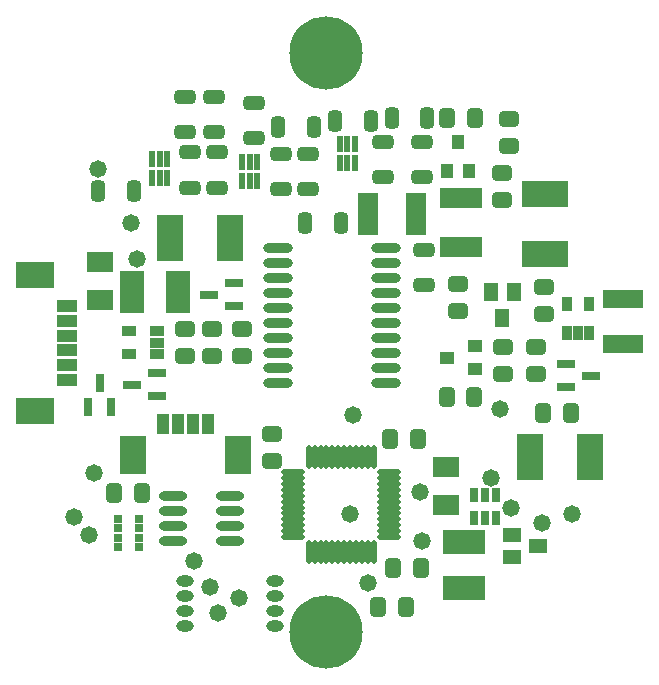
<source format=gbs>
%FSLAX25Y25*%
%MOIN*%
G70*
G01*
G75*
G04 Layer_Color=16711935*
%ADD10C,0.01000*%
%ADD11C,0.04000*%
%ADD12C,0.02000*%
%ADD13R,0.08661X0.03937*%
%ADD14R,0.08661X0.12992*%
G04:AMPARAMS|DCode=15|XSize=62.99mil|YSize=39.37mil|CornerRadius=9.84mil|HoleSize=0mil|Usage=FLASHONLY|Rotation=0.000|XOffset=0mil|YOffset=0mil|HoleType=Round|Shape=RoundedRectangle|*
%AMROUNDEDRECTD15*
21,1,0.06299,0.01969,0,0,0.0*
21,1,0.04331,0.03937,0,0,0.0*
1,1,0.01969,0.02165,-0.00984*
1,1,0.01969,-0.02165,-0.00984*
1,1,0.01969,-0.02165,0.00984*
1,1,0.01969,0.02165,0.00984*
%
%ADD15ROUNDEDRECTD15*%
G04:AMPARAMS|DCode=16|XSize=62.99mil|YSize=39.37mil|CornerRadius=9.84mil|HoleSize=0mil|Usage=FLASHONLY|Rotation=90.000|XOffset=0mil|YOffset=0mil|HoleType=Round|Shape=RoundedRectangle|*
%AMROUNDEDRECTD16*
21,1,0.06299,0.01969,0,0,90.0*
21,1,0.04331,0.03937,0,0,90.0*
1,1,0.01969,0.00984,0.02165*
1,1,0.01969,0.00984,-0.02165*
1,1,0.01969,-0.00984,-0.02165*
1,1,0.01969,-0.00984,0.02165*
%
%ADD16ROUNDEDRECTD16*%
%ADD17R,0.01378X0.04921*%
G04:AMPARAMS|DCode=18|XSize=47.24mil|YSize=59.06mil|CornerRadius=11.81mil|HoleSize=0mil|Usage=FLASHONLY|Rotation=0.000|XOffset=0mil|YOffset=0mil|HoleType=Round|Shape=RoundedRectangle|*
%AMROUNDEDRECTD18*
21,1,0.04724,0.03543,0,0,0.0*
21,1,0.02362,0.05906,0,0,0.0*
1,1,0.02362,0.01181,-0.01772*
1,1,0.02362,-0.01181,-0.01772*
1,1,0.02362,-0.01181,0.01772*
1,1,0.02362,0.01181,0.01772*
%
%ADD18ROUNDEDRECTD18*%
G04:AMPARAMS|DCode=19|XSize=47.24mil|YSize=59.06mil|CornerRadius=11.81mil|HoleSize=0mil|Usage=FLASHONLY|Rotation=270.000|XOffset=0mil|YOffset=0mil|HoleType=Round|Shape=RoundedRectangle|*
%AMROUNDEDRECTD19*
21,1,0.04724,0.03543,0,0,270.0*
21,1,0.02362,0.05906,0,0,270.0*
1,1,0.02362,-0.01772,-0.01181*
1,1,0.02362,-0.01772,0.01181*
1,1,0.02362,0.01772,0.01181*
1,1,0.02362,0.01772,-0.01181*
%
%ADD19ROUNDEDRECTD19*%
%ADD20O,0.06890X0.01772*%
%ADD21R,0.02362X0.01969*%
%ADD22R,0.04921X0.01378*%
%ADD23R,0.13780X0.04724*%
%ADD24R,0.04331X0.02559*%
%ADD25R,0.03937X0.08661*%
%ADD26R,0.12992X0.08661*%
%ADD27R,0.10236X0.06102*%
%ADD28R,0.04724X0.13780*%
%ADD29R,0.03937X0.01969*%
%ADD30C,0.11811*%
%ADD31C,0.00800*%
%ADD32C,0.23622*%
%ADD33C,0.05000*%
%ADD34R,0.05906X0.03150*%
%ADD35R,0.11811X0.08268*%
%ADD36R,0.07874X0.14764*%
%ADD37R,0.05118X0.02362*%
%ADD38R,0.12992X0.05512*%
%ADD39R,0.02559X0.04331*%
%ADD40R,0.07874X0.05906*%
%ADD41O,0.05000X0.02992*%
%ADD42R,0.03543X0.03740*%
%ADD43R,0.03543X0.03740*%
%ADD44O,0.07087X0.01181*%
%ADD45O,0.01181X0.07087*%
%ADD46O,0.08661X0.02362*%
%ADD47R,0.07480X0.13386*%
%ADD48R,0.13386X0.07480*%
%ADD49R,0.08268X0.11811*%
%ADD50R,0.03150X0.05906*%
%ADD51R,0.05512X0.03937*%
%ADD52R,0.03937X0.03347*%
%ADD53R,0.03937X0.05512*%
%ADD54R,0.01969X0.03937*%
%ADD55R,0.06299X0.13386*%
%ADD56R,0.13386X0.06299*%
%ADD57R,0.02362X0.05118*%
%ADD58O,0.09055X0.02362*%
%ADD59R,0.14764X0.07874*%
%ADD60C,0.00984*%
%ADD61C,0.00394*%
%ADD62C,0.02362*%
%ADD63C,0.00787*%
%ADD64R,0.09461X0.04737*%
%ADD65R,0.09461X0.13792*%
G04:AMPARAMS|DCode=66|XSize=70.99mil|YSize=47.37mil|CornerRadius=13.84mil|HoleSize=0mil|Usage=FLASHONLY|Rotation=0.000|XOffset=0mil|YOffset=0mil|HoleType=Round|Shape=RoundedRectangle|*
%AMROUNDEDRECTD66*
21,1,0.07099,0.01969,0,0,0.0*
21,1,0.04331,0.04737,0,0,0.0*
1,1,0.02769,0.02165,-0.00984*
1,1,0.02769,-0.02165,-0.00984*
1,1,0.02769,-0.02165,0.00984*
1,1,0.02769,0.02165,0.00984*
%
%ADD66ROUNDEDRECTD66*%
G04:AMPARAMS|DCode=67|XSize=70.99mil|YSize=47.37mil|CornerRadius=13.84mil|HoleSize=0mil|Usage=FLASHONLY|Rotation=90.000|XOffset=0mil|YOffset=0mil|HoleType=Round|Shape=RoundedRectangle|*
%AMROUNDEDRECTD67*
21,1,0.07099,0.01969,0,0,90.0*
21,1,0.04331,0.04737,0,0,90.0*
1,1,0.02769,0.00984,0.02165*
1,1,0.02769,0.00984,-0.02165*
1,1,0.02769,-0.00984,-0.02165*
1,1,0.02769,-0.00984,0.02165*
%
%ADD67ROUNDEDRECTD67*%
%ADD68R,0.02178X0.05721*%
G04:AMPARAMS|DCode=69|XSize=55.24mil|YSize=67.06mil|CornerRadius=15.81mil|HoleSize=0mil|Usage=FLASHONLY|Rotation=0.000|XOffset=0mil|YOffset=0mil|HoleType=Round|Shape=RoundedRectangle|*
%AMROUNDEDRECTD69*
21,1,0.05524,0.03543,0,0,0.0*
21,1,0.02362,0.06706,0,0,0.0*
1,1,0.03162,0.01181,-0.01772*
1,1,0.03162,-0.01181,-0.01772*
1,1,0.03162,-0.01181,0.01772*
1,1,0.03162,0.01181,0.01772*
%
%ADD69ROUNDEDRECTD69*%
G04:AMPARAMS|DCode=70|XSize=55.24mil|YSize=67.06mil|CornerRadius=15.81mil|HoleSize=0mil|Usage=FLASHONLY|Rotation=270.000|XOffset=0mil|YOffset=0mil|HoleType=Round|Shape=RoundedRectangle|*
%AMROUNDEDRECTD70*
21,1,0.05524,0.03543,0,0,270.0*
21,1,0.02362,0.06706,0,0,270.0*
1,1,0.03162,-0.01772,-0.01181*
1,1,0.03162,-0.01772,0.01181*
1,1,0.03162,0.01772,0.01181*
1,1,0.03162,0.01772,-0.01181*
%
%ADD70ROUNDEDRECTD70*%
%ADD71O,0.07690X0.02572*%
%ADD72R,0.03162X0.02769*%
%ADD73R,0.05721X0.02178*%
%ADD74R,0.14579X0.05524*%
%ADD75R,0.05131X0.03359*%
%ADD76R,0.04737X0.09461*%
%ADD77R,0.13792X0.09461*%
%ADD78R,0.11036X0.06902*%
%ADD79R,0.05524X0.14579*%
%ADD80R,0.04737X0.02769*%
%ADD81C,0.12611*%
%ADD82C,0.24422*%
%ADD83C,0.05800*%
%ADD84R,0.06706X0.03950*%
%ADD85R,0.12611X0.09068*%
%ADD86R,0.08674X0.15564*%
%ADD87R,0.05918X0.03162*%
%ADD88R,0.13792X0.06312*%
%ADD89R,0.03359X0.05131*%
%ADD90R,0.08674X0.06706*%
%ADD91O,0.05800X0.03792*%
%ADD92R,0.04343X0.04540*%
%ADD93R,0.04343X0.04540*%
%ADD94O,0.07887X0.01981*%
%ADD95O,0.01981X0.07887*%
%ADD96O,0.09461X0.03162*%
%ADD97R,0.08280X0.14186*%
%ADD98R,0.14186X0.08280*%
%ADD99R,0.09068X0.12611*%
%ADD100R,0.03950X0.06706*%
%ADD101R,0.06312X0.04737*%
%ADD102R,0.04737X0.04147*%
%ADD103R,0.04737X0.06312*%
%ADD104R,0.02769X0.04737*%
%ADD105R,0.07099X0.14186*%
%ADD106R,0.14186X0.07099*%
%ADD107R,0.03162X0.05918*%
%ADD108O,0.09855X0.03162*%
%ADD109R,0.15564X0.08674*%
D66*
X278000Y266094D02*
D03*
Y277906D02*
D03*
X269000D02*
D03*
Y266094D02*
D03*
X246500Y285094D02*
D03*
Y296905D02*
D03*
X237000D02*
D03*
Y285094D02*
D03*
X247500Y278457D02*
D03*
Y266646D02*
D03*
X238500D02*
D03*
Y278457D02*
D03*
X303000Y270094D02*
D03*
Y281906D02*
D03*
X316000D02*
D03*
Y270094D02*
D03*
X316500Y245905D02*
D03*
Y234095D02*
D03*
X260000Y283095D02*
D03*
Y294905D02*
D03*
D67*
X279906Y287000D02*
D03*
X268094D02*
D03*
X287094Y289000D02*
D03*
X298905D02*
D03*
X305894Y290000D02*
D03*
X317705D02*
D03*
X277095Y255000D02*
D03*
X288906D02*
D03*
X219905Y265500D02*
D03*
X208095D02*
D03*
D68*
X293559Y274949D02*
D03*
X291000D02*
D03*
X288441D02*
D03*
X293559Y281051D02*
D03*
X291000D02*
D03*
X288441D02*
D03*
X255941Y275051D02*
D03*
X258500D02*
D03*
X261059D02*
D03*
X255941Y268949D02*
D03*
X258500D02*
D03*
X261059D02*
D03*
X231059Y270000D02*
D03*
X228500D02*
D03*
X225941D02*
D03*
X231059Y276102D02*
D03*
X228500D02*
D03*
X225941D02*
D03*
D69*
X356331Y191382D02*
D03*
X365543D02*
D03*
X333350Y197000D02*
D03*
X324138D02*
D03*
X314606Y183000D02*
D03*
X305394D02*
D03*
X213394Y165000D02*
D03*
X222606D02*
D03*
X324394Y290000D02*
D03*
X333606D02*
D03*
X301294Y126900D02*
D03*
X310506D02*
D03*
X315606Y140000D02*
D03*
X306394D02*
D03*
D70*
X354000Y204394D02*
D03*
Y213606D02*
D03*
X356500Y224394D02*
D03*
Y233606D02*
D03*
X256000Y219606D02*
D03*
Y210394D02*
D03*
X266000Y175394D02*
D03*
Y184606D02*
D03*
X342500Y262394D02*
D03*
Y271606D02*
D03*
X345000Y289606D02*
D03*
Y280394D02*
D03*
X246000Y219606D02*
D03*
Y210394D02*
D03*
X237000D02*
D03*
Y219606D02*
D03*
X343000Y213606D02*
D03*
Y204394D02*
D03*
X328000Y234606D02*
D03*
Y225394D02*
D03*
D72*
X214506Y146782D02*
D03*
Y153081D02*
D03*
Y156231D02*
D03*
X221592Y146782D02*
D03*
Y153081D02*
D03*
Y156231D02*
D03*
X214506Y149932D02*
D03*
X221592D02*
D03*
D75*
X227724Y218740D02*
D03*
Y215000D02*
D03*
Y211260D02*
D03*
X218276D02*
D03*
Y218740D02*
D03*
D82*
X284000Y118500D02*
D03*
Y311500D02*
D03*
D83*
X315300Y165200D02*
D03*
X245300Y133600D02*
D03*
X239900Y142300D02*
D03*
X342000Y193000D02*
D03*
X366000Y158000D02*
D03*
X205000Y151000D02*
D03*
X255000Y130000D02*
D03*
X316000Y149000D02*
D03*
X200000Y157000D02*
D03*
X208000Y273000D02*
D03*
X298000Y135000D02*
D03*
X345500Y160000D02*
D03*
X248000Y125000D02*
D03*
X221000Y243000D02*
D03*
X219000Y255000D02*
D03*
X339000Y170000D02*
D03*
X356000Y155000D02*
D03*
X293000Y191000D02*
D03*
X292000Y158000D02*
D03*
X206500Y171500D02*
D03*
D84*
X197445Y222209D02*
D03*
Y227130D02*
D03*
Y207445D02*
D03*
Y202524D02*
D03*
Y217287D02*
D03*
Y212366D02*
D03*
D85*
X186815Y192287D02*
D03*
Y237661D02*
D03*
D86*
X372000Y177000D02*
D03*
X352000D02*
D03*
X232000Y250000D02*
D03*
X252000D02*
D03*
D87*
X372134Y204000D02*
D03*
X363866Y207740D02*
D03*
Y200260D02*
D03*
X245066Y231000D02*
D03*
X253334Y227260D02*
D03*
Y234740D02*
D03*
X227634Y204740D02*
D03*
Y197260D02*
D03*
X219366Y201000D02*
D03*
D88*
X383000Y229480D02*
D03*
Y214520D02*
D03*
D89*
X371740Y218276D02*
D03*
X368000D02*
D03*
X364260D02*
D03*
Y227724D02*
D03*
X371740D02*
D03*
D90*
X324000Y161000D02*
D03*
Y173500D02*
D03*
X208500Y241800D02*
D03*
Y229300D02*
D03*
D91*
X266941Y135500D02*
D03*
Y130500D02*
D03*
Y125500D02*
D03*
Y120500D02*
D03*
X237059Y135500D02*
D03*
Y130500D02*
D03*
Y125500D02*
D03*
Y120500D02*
D03*
D92*
X331740Y272079D02*
D03*
X328000Y281921D02*
D03*
D93*
X324260Y272079D02*
D03*
D94*
X304945Y171827D02*
D03*
Y169858D02*
D03*
Y167890D02*
D03*
Y165921D02*
D03*
Y163953D02*
D03*
Y161984D02*
D03*
Y160016D02*
D03*
Y158047D02*
D03*
Y156079D02*
D03*
Y154110D02*
D03*
Y152142D02*
D03*
Y150173D02*
D03*
X273055D02*
D03*
Y152142D02*
D03*
Y154110D02*
D03*
Y156079D02*
D03*
Y158047D02*
D03*
Y160016D02*
D03*
Y161984D02*
D03*
Y163953D02*
D03*
Y165921D02*
D03*
Y167890D02*
D03*
Y169858D02*
D03*
Y171827D02*
D03*
D95*
X299827Y145055D02*
D03*
X297858D02*
D03*
X295890D02*
D03*
X293921D02*
D03*
X291953D02*
D03*
X289984D02*
D03*
X288016D02*
D03*
X286047D02*
D03*
X284079D02*
D03*
X282110D02*
D03*
X280142D02*
D03*
X278173D02*
D03*
Y176945D02*
D03*
X280142D02*
D03*
X282110D02*
D03*
X284079D02*
D03*
X286047D02*
D03*
X288016D02*
D03*
X289984D02*
D03*
X291953D02*
D03*
X293921D02*
D03*
X295890D02*
D03*
X297858D02*
D03*
X299827D02*
D03*
D96*
X232994Y149006D02*
D03*
Y154007D02*
D03*
Y159007D02*
D03*
Y164006D02*
D03*
X251892Y149006D02*
D03*
Y154007D02*
D03*
Y159007D02*
D03*
Y164006D02*
D03*
D97*
X219323Y232000D02*
D03*
X234677D02*
D03*
D98*
X330000Y133323D02*
D03*
Y148677D02*
D03*
D99*
X254736Y177370D02*
D03*
X219500D02*
D03*
D100*
X239579Y188000D02*
D03*
X244500D02*
D03*
X229736D02*
D03*
X234658D02*
D03*
D101*
X354661Y147240D02*
D03*
X346000Y143500D02*
D03*
Y150980D02*
D03*
D102*
X324276Y210000D02*
D03*
X333724Y206260D02*
D03*
Y213740D02*
D03*
D103*
X342740Y223339D02*
D03*
X339000Y232000D02*
D03*
X346480D02*
D03*
D104*
X333141Y156551D02*
D03*
X336882D02*
D03*
X340622D02*
D03*
X340622Y164032D02*
D03*
X336882D02*
D03*
X333142D02*
D03*
D105*
X314071Y258000D02*
D03*
X297929D02*
D03*
D106*
X329000Y263071D02*
D03*
Y246929D02*
D03*
D107*
X212240Y193366D02*
D03*
X204760D02*
D03*
X208500Y201634D02*
D03*
D108*
X268087Y201500D02*
D03*
Y206500D02*
D03*
Y211500D02*
D03*
Y216500D02*
D03*
Y221500D02*
D03*
Y226500D02*
D03*
Y231500D02*
D03*
Y236500D02*
D03*
Y241500D02*
D03*
Y246500D02*
D03*
X303913Y201500D02*
D03*
Y206500D02*
D03*
Y211500D02*
D03*
Y216500D02*
D03*
Y221500D02*
D03*
Y226500D02*
D03*
Y231500D02*
D03*
Y236500D02*
D03*
Y241500D02*
D03*
Y246500D02*
D03*
D109*
X357004Y264394D02*
D03*
Y244394D02*
D03*
M02*

</source>
